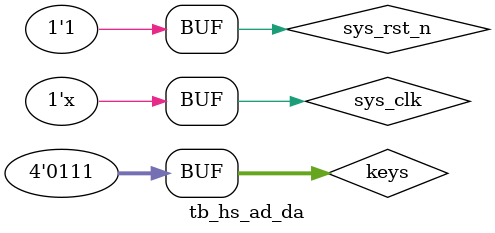
<source format=v>
`timescale 1ns / 1ps


module tb_hs_ad_da ();
  // parameter define
  parameter CLK_PERIOD = 20;  // clock period in ns
  parameter DEBOUNCE_CNT_MAX = 20'd1000;  // debounce for 1000 * 20ns(1s/50MHz) = 20000ns / 20us

  // reg define
  reg sys_clk;  // system clock
  reg sys_rst_n;  // system reset active low
  reg [3:0] keys;  // keys

  // signal init
  initial begin
    keys = 4'b1111;
    sys_clk = 1'b0;
    sys_rst_n = 1'b0;
    #200 sys_rst_n = 1'b1;
    // key signal change
    #32000 keys = 4'b0111;
    #2000 keys = 4'b1111;
    #5000 keys = 4'b0111;
    #4000 keys = 4'b1111;
    #2000 keys = 4'b0111;
    #30000 keys = 4'b1111;
    #5000 keys = 4'b0111;
    #4000 keys = 4'b1111;
    #30000 keys = 4'b0111;
  end

  // clock generator
  always #(CLK_PERIOD / 2) sys_clk = ~sys_clk;
  hs_ad_da #(
      .DEBOUNCE_CNT_MAX(DEBOUNCE_CNT_MAX)
  ) hs_ad_da_0 (
      .sys_clk  (sys_clk),    // system clock
      .sys_rst_n(sys_rst_n),  // system reset active low
      // dac interface
      .da_clk   (),           // dac clock
      .da_data  (),           // data to dac
      // adc interface
      .ad_data  (),           // adc input data
      .ad_otr   (),           // 0: adc data is valid, 1: adc data is invalid (over range)
      .ad_clk   (),           // adc clock
      // buzzer
      .buzzer   (),           // buzzer (beep when adc data is over range)
      // keys
      .keys     (keys)        // keys
  );
endmodule

</source>
